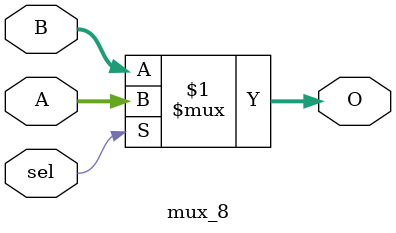
<source format=v>
`timescale 1ns / 1ps


module mux_8(input sel, input[7:0] A, input[7:0] B, output[7:0] O);
    assign O = (sel) ? A : B;
endmodule

</source>
